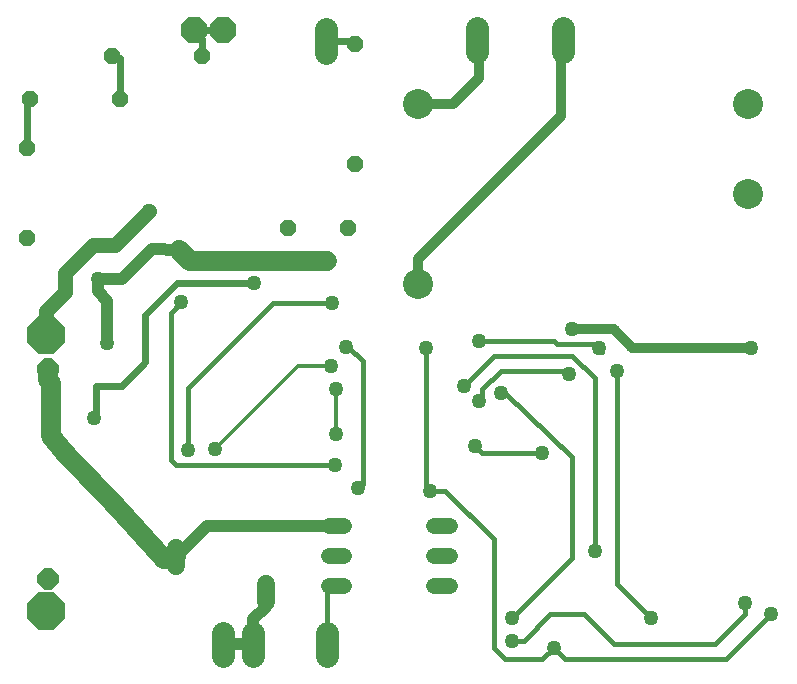
<source format=gbl>
G75*
%MOIN*%
%OFA0B0*%
%FSLAX25Y25*%
%IPPOS*%
%LPD*%
%AMOC8*
5,1,8,0,0,1.08239X$1,22.5*
%
%ADD10C,0.05200*%
%ADD11OC8,0.05200*%
%ADD12OC8,0.07050*%
%ADD13C,0.06000*%
%ADD14C,0.10000*%
%ADD15C,0.07800*%
%ADD16OC8,0.12400*%
%ADD17OC8,0.08500*%
%ADD18C,0.02400*%
%ADD19C,0.05000*%
%ADD20C,0.01600*%
%ADD21C,0.04000*%
%ADD22C,0.06600*%
%ADD23C,0.05000*%
%ADD24C,0.01200*%
%ADD25C,0.03200*%
D10*
X0107217Y0054061D02*
X0112417Y0054061D01*
X0112417Y0064061D02*
X0107217Y0064061D01*
X0107217Y0074061D02*
X0112417Y0074061D01*
X0142417Y0074061D02*
X0147617Y0074061D01*
X0147617Y0064061D02*
X0142417Y0064061D01*
X0142417Y0054061D02*
X0147617Y0054061D01*
D11*
X0113707Y0173333D03*
X0093707Y0173333D03*
X0116118Y0194661D03*
X0116118Y0234661D03*
X0065163Y0230577D03*
X0037683Y0216167D03*
X0035163Y0230577D03*
X0007683Y0216167D03*
X0006856Y0199927D03*
X0006856Y0169927D03*
D12*
X0013687Y0126384D03*
X0013687Y0056384D03*
D13*
X0056285Y0060683D02*
X0056285Y0066683D01*
X0086285Y0054683D02*
X0086285Y0048683D01*
D14*
X0136886Y0154720D03*
X0136886Y0214720D03*
X0246886Y0214720D03*
X0246886Y0184720D03*
D15*
X0185232Y0232130D02*
X0185232Y0239930D01*
X0156699Y0239930D02*
X0156699Y0232130D01*
X0106384Y0231716D02*
X0106384Y0239516D01*
X0106679Y0038433D02*
X0106679Y0030633D01*
X0082004Y0030633D02*
X0082004Y0038433D01*
X0072122Y0038433D02*
X0072122Y0030633D01*
D16*
X0013067Y0045547D03*
X0013067Y0137673D03*
D17*
X0062280Y0239248D03*
X0072122Y0239248D03*
D18*
X0062280Y0239248D01*
X0065163Y0236364D01*
X0065163Y0230577D01*
X0037683Y0230026D02*
X0037683Y0216167D01*
X0037683Y0230026D02*
X0035163Y0230577D01*
X0007683Y0216167D02*
X0006856Y0215026D01*
X0006856Y0199927D01*
X0056679Y0154888D02*
X0082309Y0154888D01*
X0056679Y0154888D02*
X0046128Y0144337D01*
X0046128Y0128589D01*
X0038254Y0120715D01*
X0029593Y0120715D01*
X0029593Y0110665D01*
X0028943Y0110016D01*
X0106384Y0235616D02*
X0115163Y0235616D01*
X0116118Y0234661D01*
D19*
X0047319Y0179012D03*
X0057240Y0165872D03*
X0058073Y0148520D03*
X0082309Y0154888D03*
X0106758Y0162447D03*
X0108333Y0148274D03*
X0113067Y0133736D03*
X0108136Y0127309D03*
X0109711Y0119533D03*
X0109711Y0104533D03*
X0109461Y0094371D03*
X0117004Y0086492D03*
X0140961Y0085783D03*
X0155961Y0100783D03*
X0157211Y0115783D03*
X0152211Y0120783D03*
X0164711Y0118283D03*
X0157211Y0135783D03*
X0139711Y0133283D03*
X0178461Y0098283D03*
X0187211Y0124533D03*
X0197211Y0133283D03*
X0203461Y0125783D03*
X0188461Y0139533D03*
X0247929Y0133283D03*
X0195961Y0065783D03*
X0214711Y0043283D03*
X0245961Y0048283D03*
X0254711Y0044533D03*
X0182211Y0033283D03*
X0168461Y0035783D03*
X0168461Y0043283D03*
X0069386Y0099622D03*
X0060301Y0099455D03*
X0036295Y0080587D03*
X0028943Y0110016D03*
X0033530Y0134888D03*
X0030380Y0156148D03*
D20*
X0054789Y0144843D02*
X0058073Y0148520D01*
X0054789Y0144843D02*
X0054789Y0095951D01*
X0056374Y0094366D01*
X0109456Y0094366D01*
X0109461Y0094371D01*
X0117004Y0086492D02*
X0118579Y0088067D01*
X0118579Y0129012D01*
X0113854Y0133736D01*
X0113067Y0133736D01*
X0108333Y0148274D02*
X0088648Y0148274D01*
X0060301Y0119927D01*
X0060301Y0099455D01*
X0106679Y0052545D02*
X0107555Y0053421D01*
X0111778Y0053421D01*
X0112417Y0054061D01*
X0106679Y0052545D02*
X0106679Y0034533D01*
X0162211Y0033283D02*
X0165961Y0029533D01*
X0178461Y0029533D01*
X0182211Y0033283D01*
X0185961Y0029533D01*
X0239711Y0029533D01*
X0254711Y0044533D01*
X0245961Y0044533D02*
X0235961Y0034533D01*
X0202211Y0034533D01*
X0192211Y0044533D01*
X0180961Y0044533D01*
X0172211Y0035783D01*
X0168461Y0035783D01*
X0162211Y0033283D02*
X0162211Y0069533D01*
X0145961Y0085783D01*
X0140961Y0085783D01*
X0139711Y0087033D01*
X0139711Y0133283D01*
X0152211Y0120783D02*
X0162211Y0130783D01*
X0188461Y0130783D01*
X0195961Y0123283D01*
X0195961Y0065783D01*
X0188461Y0063283D02*
X0168461Y0043283D01*
X0188461Y0063283D02*
X0188461Y0097033D01*
X0165961Y0118283D01*
X0164711Y0118283D01*
X0158461Y0117033D02*
X0157211Y0115783D01*
X0158461Y0117033D02*
X0158461Y0119533D01*
X0164711Y0125783D01*
X0185961Y0125783D01*
X0187211Y0124533D01*
X0183461Y0134533D02*
X0182211Y0135783D01*
X0157211Y0135783D01*
X0183461Y0134533D02*
X0195961Y0134533D01*
X0197211Y0133283D01*
X0198461Y0132033D01*
X0203461Y0125783D02*
X0203461Y0054533D01*
X0214711Y0043283D01*
X0245961Y0044533D02*
X0245961Y0048283D01*
X0178461Y0098283D02*
X0158461Y0098283D01*
X0155961Y0100783D01*
D21*
X0112417Y0074061D02*
X0066663Y0074061D01*
X0056285Y0063683D01*
X0082004Y0042831D02*
X0086295Y0047122D01*
X0086295Y0051673D01*
X0086285Y0051683D01*
X0082004Y0042831D02*
X0082004Y0034533D01*
X0072122Y0034533D01*
X0033530Y0134888D02*
X0033530Y0149061D01*
X0030380Y0152211D01*
X0030380Y0156148D01*
X0038254Y0156148D01*
X0048490Y0166384D01*
X0057240Y0165872D01*
D22*
X0061089Y0162447D01*
X0106758Y0162447D01*
X0036295Y0080587D02*
X0018972Y0098697D01*
X0014642Y0103815D01*
X0014642Y0121746D01*
X0013664Y0122724D01*
X0013664Y0124786D01*
X0013687Y0126384D01*
X0036295Y0080587D02*
X0052348Y0062959D01*
X0056285Y0063683D01*
D23*
X0013067Y0137673D02*
X0013067Y0145547D01*
X0019366Y0151846D01*
X0019366Y0158146D01*
X0028815Y0167594D01*
X0035902Y0167594D01*
X0047319Y0179012D01*
D24*
X0097073Y0127309D02*
X0069386Y0099622D01*
X0097073Y0127309D02*
X0108136Y0127309D01*
X0109711Y0119533D02*
X0109711Y0104533D01*
D25*
X0136886Y0154720D02*
X0136886Y0162959D01*
X0184711Y0210783D01*
X0184711Y0235508D01*
X0185232Y0236030D01*
X0157211Y0232033D02*
X0157211Y0223283D01*
X0148648Y0214720D01*
X0136886Y0214720D01*
X0155961Y0233283D02*
X0155961Y0235291D01*
X0156699Y0236030D01*
X0155961Y0233283D02*
X0157211Y0232033D01*
X0188461Y0139533D02*
X0202211Y0139533D01*
X0208461Y0133283D01*
X0247929Y0133283D01*
M02*

</source>
